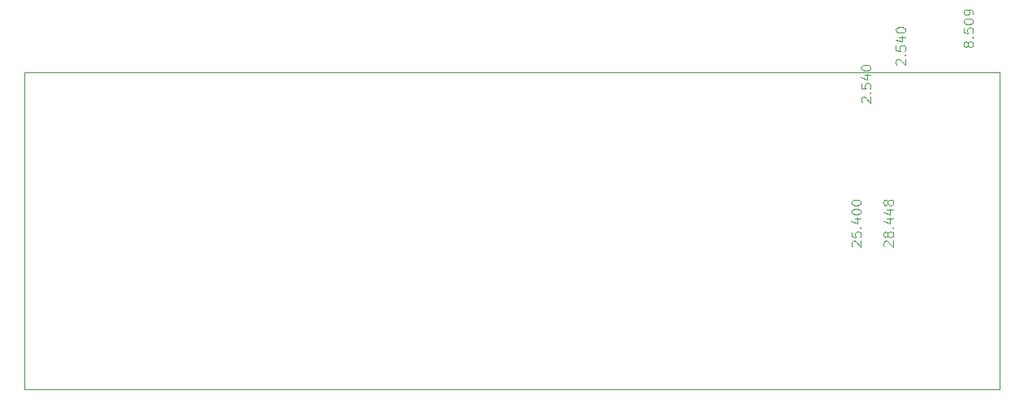
<source format=gbr>
G04 #@! TF.GenerationSoftware,KiCad,Pcbnew,(5.1.2)-1*
G04 #@! TF.CreationDate,2019-11-05T14:52:24-06:00*
G04 #@! TF.ProjectId,computer_board,636f6d70-7574-4657-925f-626f6172642e,rev?*
G04 #@! TF.SameCoordinates,Original*
G04 #@! TF.FileFunction,Profile,NP*
%FSLAX46Y46*%
G04 Gerber Fmt 4.6, Leading zero omitted, Abs format (unit mm)*
G04 Created by KiCad (PCBNEW (5.1.2)-1) date 2019-11-05 14:52:24*
%MOMM*%
%LPD*%
G04 APERTURE LIST*
%ADD10C,0.050000*%
G04 APERTURE END LIST*
D10*
X193040000Y-55880000D02*
X91440000Y-55880000D01*
X193040000Y-88900000D02*
X193040000Y-55880000D01*
X91440000Y-88900000D02*
X193040000Y-88900000D01*
X91440000Y-55880000D02*
X91440000Y-88900000D01*
X182299619Y-55076380D02*
X182252000Y-55028761D01*
X182204380Y-54933523D01*
X182204380Y-54695428D01*
X182252000Y-54600190D01*
X182299619Y-54552571D01*
X182394857Y-54504952D01*
X182490095Y-54504952D01*
X182632952Y-54552571D01*
X183204380Y-55124000D01*
X183204380Y-54504952D01*
X183109142Y-54076380D02*
X183156761Y-54028761D01*
X183204380Y-54076380D01*
X183156761Y-54124000D01*
X183109142Y-54076380D01*
X183204380Y-54076380D01*
X182204380Y-53124000D02*
X182204380Y-53600190D01*
X182680571Y-53647809D01*
X182632952Y-53600190D01*
X182585333Y-53504952D01*
X182585333Y-53266857D01*
X182632952Y-53171619D01*
X182680571Y-53124000D01*
X182775809Y-53076380D01*
X183013904Y-53076380D01*
X183109142Y-53124000D01*
X183156761Y-53171619D01*
X183204380Y-53266857D01*
X183204380Y-53504952D01*
X183156761Y-53600190D01*
X183109142Y-53647809D01*
X182537714Y-52219238D02*
X183204380Y-52219238D01*
X182156761Y-52457333D02*
X182871047Y-52695428D01*
X182871047Y-52076380D01*
X182204380Y-51504952D02*
X182204380Y-51409714D01*
X182252000Y-51314476D01*
X182299619Y-51266857D01*
X182394857Y-51219238D01*
X182585333Y-51171619D01*
X182823428Y-51171619D01*
X183013904Y-51219238D01*
X183109142Y-51266857D01*
X183156761Y-51314476D01*
X183204380Y-51409714D01*
X183204380Y-51504952D01*
X183156761Y-51600190D01*
X183109142Y-51647809D01*
X183013904Y-51695428D01*
X182823428Y-51743047D01*
X182585333Y-51743047D01*
X182394857Y-51695428D01*
X182299619Y-51647809D01*
X182252000Y-51600190D01*
X182204380Y-51504952D01*
X189681952Y-53044904D02*
X189634333Y-53140142D01*
X189586714Y-53187761D01*
X189491476Y-53235380D01*
X189443857Y-53235380D01*
X189348619Y-53187761D01*
X189301000Y-53140142D01*
X189253380Y-53044904D01*
X189253380Y-52854428D01*
X189301000Y-52759190D01*
X189348619Y-52711571D01*
X189443857Y-52663952D01*
X189491476Y-52663952D01*
X189586714Y-52711571D01*
X189634333Y-52759190D01*
X189681952Y-52854428D01*
X189681952Y-53044904D01*
X189729571Y-53140142D01*
X189777190Y-53187761D01*
X189872428Y-53235380D01*
X190062904Y-53235380D01*
X190158142Y-53187761D01*
X190205761Y-53140142D01*
X190253380Y-53044904D01*
X190253380Y-52854428D01*
X190205761Y-52759190D01*
X190158142Y-52711571D01*
X190062904Y-52663952D01*
X189872428Y-52663952D01*
X189777190Y-52711571D01*
X189729571Y-52759190D01*
X189681952Y-52854428D01*
X190158142Y-52235380D02*
X190205761Y-52187761D01*
X190253380Y-52235380D01*
X190205761Y-52283000D01*
X190158142Y-52235380D01*
X190253380Y-52235380D01*
X189253380Y-51283000D02*
X189253380Y-51759190D01*
X189729571Y-51806809D01*
X189681952Y-51759190D01*
X189634333Y-51663952D01*
X189634333Y-51425857D01*
X189681952Y-51330619D01*
X189729571Y-51283000D01*
X189824809Y-51235380D01*
X190062904Y-51235380D01*
X190158142Y-51283000D01*
X190205761Y-51330619D01*
X190253380Y-51425857D01*
X190253380Y-51663952D01*
X190205761Y-51759190D01*
X190158142Y-51806809D01*
X189253380Y-50616333D02*
X189253380Y-50521095D01*
X189301000Y-50425857D01*
X189348619Y-50378238D01*
X189443857Y-50330619D01*
X189634333Y-50283000D01*
X189872428Y-50283000D01*
X190062904Y-50330619D01*
X190158142Y-50378238D01*
X190205761Y-50425857D01*
X190253380Y-50521095D01*
X190253380Y-50616333D01*
X190205761Y-50711571D01*
X190158142Y-50759190D01*
X190062904Y-50806809D01*
X189872428Y-50854428D01*
X189634333Y-50854428D01*
X189443857Y-50806809D01*
X189348619Y-50759190D01*
X189301000Y-50711571D01*
X189253380Y-50616333D01*
X190253380Y-49806809D02*
X190253380Y-49616333D01*
X190205761Y-49521095D01*
X190158142Y-49473476D01*
X190015285Y-49378238D01*
X189824809Y-49330619D01*
X189443857Y-49330619D01*
X189348619Y-49378238D01*
X189301000Y-49425857D01*
X189253380Y-49521095D01*
X189253380Y-49711571D01*
X189301000Y-49806809D01*
X189348619Y-49854428D01*
X189443857Y-49902047D01*
X189681952Y-49902047D01*
X189777190Y-49854428D01*
X189824809Y-49806809D01*
X189872428Y-49711571D01*
X189872428Y-49521095D01*
X189824809Y-49425857D01*
X189777190Y-49378238D01*
X189681952Y-49330619D01*
X178680619Y-59013380D02*
X178633000Y-58965761D01*
X178585380Y-58870523D01*
X178585380Y-58632428D01*
X178633000Y-58537190D01*
X178680619Y-58489571D01*
X178775857Y-58441952D01*
X178871095Y-58441952D01*
X179013952Y-58489571D01*
X179585380Y-59061000D01*
X179585380Y-58441952D01*
X179490142Y-58013380D02*
X179537761Y-57965761D01*
X179585380Y-58013380D01*
X179537761Y-58061000D01*
X179490142Y-58013380D01*
X179585380Y-58013380D01*
X178585380Y-57061000D02*
X178585380Y-57537190D01*
X179061571Y-57584809D01*
X179013952Y-57537190D01*
X178966333Y-57441952D01*
X178966333Y-57203857D01*
X179013952Y-57108619D01*
X179061571Y-57061000D01*
X179156809Y-57013380D01*
X179394904Y-57013380D01*
X179490142Y-57061000D01*
X179537761Y-57108619D01*
X179585380Y-57203857D01*
X179585380Y-57441952D01*
X179537761Y-57537190D01*
X179490142Y-57584809D01*
X178918714Y-56156238D02*
X179585380Y-56156238D01*
X178537761Y-56394333D02*
X179252047Y-56632428D01*
X179252047Y-56013380D01*
X178585380Y-55441952D02*
X178585380Y-55346714D01*
X178633000Y-55251476D01*
X178680619Y-55203857D01*
X178775857Y-55156238D01*
X178966333Y-55108619D01*
X179204428Y-55108619D01*
X179394904Y-55156238D01*
X179490142Y-55203857D01*
X179537761Y-55251476D01*
X179585380Y-55346714D01*
X179585380Y-55441952D01*
X179537761Y-55537190D01*
X179490142Y-55584809D01*
X179394904Y-55632428D01*
X179204428Y-55680047D01*
X178966333Y-55680047D01*
X178775857Y-55632428D01*
X178680619Y-55584809D01*
X178633000Y-55537190D01*
X178585380Y-55441952D01*
X177664619Y-74018571D02*
X177617000Y-73970952D01*
X177569380Y-73875714D01*
X177569380Y-73637619D01*
X177617000Y-73542380D01*
X177664619Y-73494761D01*
X177759857Y-73447142D01*
X177855095Y-73447142D01*
X177997952Y-73494761D01*
X178569380Y-74066190D01*
X178569380Y-73447142D01*
X177569380Y-72542380D02*
X177569380Y-73018571D01*
X178045571Y-73066190D01*
X177997952Y-73018571D01*
X177950333Y-72923333D01*
X177950333Y-72685238D01*
X177997952Y-72590000D01*
X178045571Y-72542380D01*
X178140809Y-72494761D01*
X178378904Y-72494761D01*
X178474142Y-72542380D01*
X178521761Y-72590000D01*
X178569380Y-72685238D01*
X178569380Y-72923333D01*
X178521761Y-73018571D01*
X178474142Y-73066190D01*
X178474142Y-72066190D02*
X178521761Y-72018571D01*
X178569380Y-72066190D01*
X178521761Y-72113809D01*
X178474142Y-72066190D01*
X178569380Y-72066190D01*
X177902714Y-71161428D02*
X178569380Y-71161428D01*
X177521761Y-71399523D02*
X178236047Y-71637619D01*
X178236047Y-71018571D01*
X177569380Y-70447142D02*
X177569380Y-70351904D01*
X177617000Y-70256666D01*
X177664619Y-70209047D01*
X177759857Y-70161428D01*
X177950333Y-70113809D01*
X178188428Y-70113809D01*
X178378904Y-70161428D01*
X178474142Y-70209047D01*
X178521761Y-70256666D01*
X178569380Y-70351904D01*
X178569380Y-70447142D01*
X178521761Y-70542380D01*
X178474142Y-70590000D01*
X178378904Y-70637619D01*
X178188428Y-70685238D01*
X177950333Y-70685238D01*
X177759857Y-70637619D01*
X177664619Y-70590000D01*
X177617000Y-70542380D01*
X177569380Y-70447142D01*
X177569380Y-69494761D02*
X177569380Y-69399523D01*
X177617000Y-69304285D01*
X177664619Y-69256666D01*
X177759857Y-69209047D01*
X177950333Y-69161428D01*
X178188428Y-69161428D01*
X178378904Y-69209047D01*
X178474142Y-69256666D01*
X178521761Y-69304285D01*
X178569380Y-69399523D01*
X178569380Y-69494761D01*
X178521761Y-69590000D01*
X178474142Y-69637619D01*
X178378904Y-69685238D01*
X178188428Y-69732857D01*
X177950333Y-69732857D01*
X177759857Y-69685238D01*
X177664619Y-69637619D01*
X177617000Y-69590000D01*
X177569380Y-69494761D01*
X181029619Y-74018571D02*
X180982000Y-73970952D01*
X180934380Y-73875714D01*
X180934380Y-73637619D01*
X180982000Y-73542380D01*
X181029619Y-73494761D01*
X181124857Y-73447142D01*
X181220095Y-73447142D01*
X181362952Y-73494761D01*
X181934380Y-74066190D01*
X181934380Y-73447142D01*
X181362952Y-72875714D02*
X181315333Y-72970952D01*
X181267714Y-73018571D01*
X181172476Y-73066190D01*
X181124857Y-73066190D01*
X181029619Y-73018571D01*
X180982000Y-72970952D01*
X180934380Y-72875714D01*
X180934380Y-72685238D01*
X180982000Y-72590000D01*
X181029619Y-72542380D01*
X181124857Y-72494761D01*
X181172476Y-72494761D01*
X181267714Y-72542380D01*
X181315333Y-72590000D01*
X181362952Y-72685238D01*
X181362952Y-72875714D01*
X181410571Y-72970952D01*
X181458190Y-73018571D01*
X181553428Y-73066190D01*
X181743904Y-73066190D01*
X181839142Y-73018571D01*
X181886761Y-72970952D01*
X181934380Y-72875714D01*
X181934380Y-72685238D01*
X181886761Y-72590000D01*
X181839142Y-72542380D01*
X181743904Y-72494761D01*
X181553428Y-72494761D01*
X181458190Y-72542380D01*
X181410571Y-72590000D01*
X181362952Y-72685238D01*
X181839142Y-72066190D02*
X181886761Y-72018571D01*
X181934380Y-72066190D01*
X181886761Y-72113809D01*
X181839142Y-72066190D01*
X181934380Y-72066190D01*
X181267714Y-71161428D02*
X181934380Y-71161428D01*
X180886761Y-71399523D02*
X181601047Y-71637619D01*
X181601047Y-71018571D01*
X181267714Y-70209047D02*
X181934380Y-70209047D01*
X180886761Y-70447142D02*
X181601047Y-70685238D01*
X181601047Y-70066190D01*
X181362952Y-69542380D02*
X181315333Y-69637619D01*
X181267714Y-69685238D01*
X181172476Y-69732857D01*
X181124857Y-69732857D01*
X181029619Y-69685238D01*
X180982000Y-69637619D01*
X180934380Y-69542380D01*
X180934380Y-69351904D01*
X180982000Y-69256666D01*
X181029619Y-69209047D01*
X181124857Y-69161428D01*
X181172476Y-69161428D01*
X181267714Y-69209047D01*
X181315333Y-69256666D01*
X181362952Y-69351904D01*
X181362952Y-69542380D01*
X181410571Y-69637619D01*
X181458190Y-69685238D01*
X181553428Y-69732857D01*
X181743904Y-69732857D01*
X181839142Y-69685238D01*
X181886761Y-69637619D01*
X181934380Y-69542380D01*
X181934380Y-69351904D01*
X181886761Y-69256666D01*
X181839142Y-69209047D01*
X181743904Y-69161428D01*
X181553428Y-69161428D01*
X181458190Y-69209047D01*
X181410571Y-69256666D01*
X181362952Y-69351904D01*
M02*

</source>
